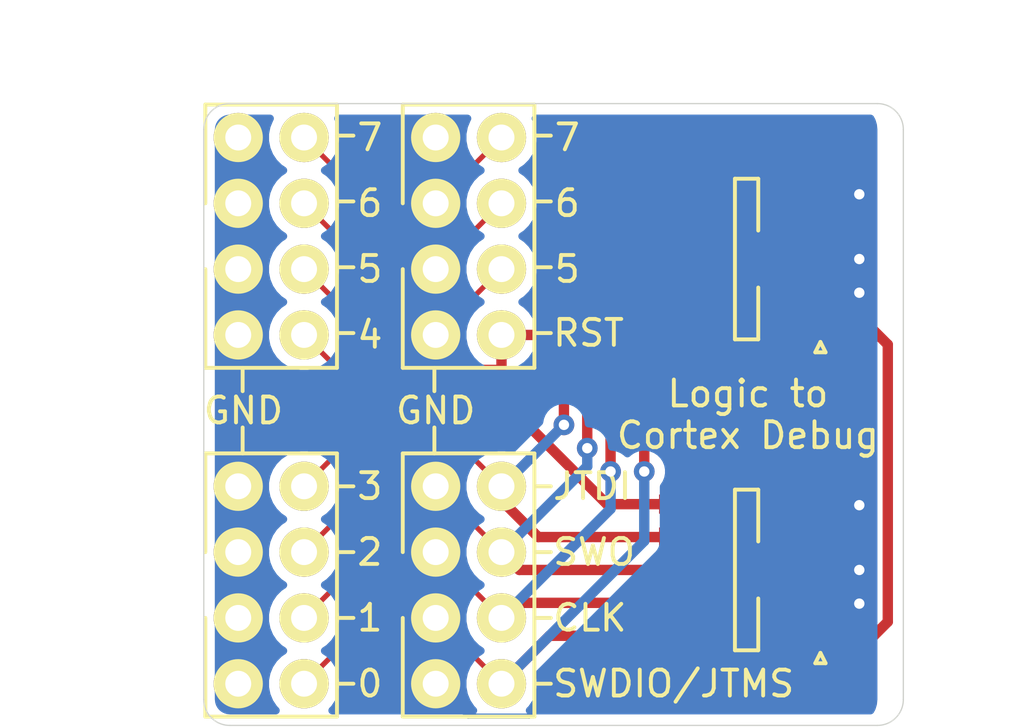
<source format=kicad_pcb>
(kicad_pcb (version 20171130) (host pcbnew 5.1.6-c6e7f7d~86~ubuntu18.04.1)

  (general
    (thickness 1.6)
    (drawings 56)
    (tracks 95)
    (zones 0)
    (modules 6)
    (nets 11)
  )

  (page A4)
  (layers
    (0 F.Cu signal)
    (31 B.Cu signal)
    (32 B.Adhes user)
    (33 F.Adhes user)
    (34 B.Paste user)
    (35 F.Paste user)
    (36 B.SilkS user)
    (37 F.SilkS user)
    (38 B.Mask user)
    (39 F.Mask user)
    (40 Dwgs.User user)
    (41 Cmts.User user)
    (42 Eco1.User user)
    (43 Eco2.User user)
    (44 Edge.Cuts user)
    (45 Margin user)
    (46 B.CrtYd user)
    (47 F.CrtYd user)
    (48 B.Fab user)
    (49 F.Fab user)
  )

  (setup
    (last_trace_width 0.2)
    (user_trace_width 0.2)
    (user_trace_width 0.25)
    (user_trace_width 0.4)
    (user_trace_width 0.6)
    (user_trace_width 0.8)
    (user_trace_width 1)
    (trace_clearance 0.2)
    (zone_clearance 0.4)
    (zone_45_only yes)
    (trace_min 0.2)
    (via_size 0.8)
    (via_drill 0.4)
    (via_min_size 0.4)
    (via_min_drill 0.3)
    (uvia_size 0.3)
    (uvia_drill 0.1)
    (uvias_allowed no)
    (uvia_min_size 0.2)
    (uvia_min_drill 0.1)
    (edge_width 0.05)
    (segment_width 0.2)
    (pcb_text_width 0.3)
    (pcb_text_size 1.5 1.5)
    (mod_edge_width 0.15)
    (mod_text_size 1 1)
    (mod_text_width 0.15)
    (pad_size 1.9 1.9)
    (pad_drill 1)
    (pad_to_mask_clearance 0.05)
    (aux_axis_origin 0 0)
    (visible_elements FFFFFF5F)
    (pcbplotparams
      (layerselection 0x010e8_ffffffff)
      (usegerberextensions true)
      (usegerberattributes true)
      (usegerberadvancedattributes true)
      (creategerberjobfile false)
      (excludeedgelayer true)
      (linewidth 0.100000)
      (plotframeref false)
      (viasonmask false)
      (mode 1)
      (useauxorigin false)
      (hpglpennumber 1)
      (hpglpenspeed 20)
      (hpglpendiameter 15.000000)
      (psnegative false)
      (psa4output false)
      (plotreference false)
      (plotvalue false)
      (plotinvisibletext false)
      (padsonsilk false)
      (subtractmaskfromsilk true)
      (outputformat 1)
      (mirror false)
      (drillshape 0)
      (scaleselection 1)
      (outputdirectory "gerber/"))
  )

  (net 0 "")
  (net 1 GND)
  (net 2 /SWDIO)
  (net 3 /SWCLK)
  (net 4 /SWO)
  (net 5 /JTDI)
  (net 6 /CH7)
  (net 7 /CH6)
  (net 8 /CH5)
  (net 9 /~RESET)
  (net 10 3v3)

  (net_class Default "This is the default net class."
    (clearance 0.2)
    (trace_width 0.25)
    (via_dia 0.8)
    (via_drill 0.4)
    (uvia_dia 0.3)
    (uvia_drill 0.1)
    (add_net /CH5)
    (add_net /CH6)
    (add_net /CH7)
    (add_net /JTDI)
    (add_net /SWCLK)
    (add_net /SWDIO)
    (add_net /SWO)
    (add_net /~RESET)
    (add_net 3v3)
    (add_net GND)
  )

  (module agg:FTSH-105-01-L-DV-K (layer F.Cu) (tedit 56889B32) (tstamp 5F1F8FC0)
    (at 120 64 90)
    (path /5F20A8D4)
    (fp_text reference P2 (at 0 -4.3 90) (layer F.Fab)
      (effects (font (size 1 1) (thickness 0.15)))
    )
    (fp_text value SWD (at 0 4.4 90) (layer F.Fab)
      (effects (font (size 1 1) (thickness 0.15)))
    )
    (fp_line (start -3.1 -0.5) (end -3.1 0.4) (layer F.SilkS) (width 0.15))
    (fp_line (start 3.1 -0.5) (end 3.1 0.4) (layer F.SilkS) (width 0.15))
    (fp_line (start 3.1 0.4) (end 1.1 0.4) (layer F.SilkS) (width 0.15))
    (fp_line (start -3.1 0.4) (end -1.1 0.4) (layer F.SilkS) (width 0.15))
    (fp_line (start -3.1 -0.5) (end 3.1 -0.5) (layer F.SilkS) (width 0.15))
    (fp_line (start -5.3 3.7) (end -5.3 -3.7) (layer F.CrtYd) (width 0.01))
    (fp_line (start 5.3 3.7) (end -5.3 3.7) (layer F.CrtYd) (width 0.01))
    (fp_line (start 5.3 -3.7) (end 5.3 3.7) (layer F.CrtYd) (width 0.01))
    (fp_line (start -5.3 -3.7) (end 5.3 -3.7) (layer F.CrtYd) (width 0.01))
    (fp_line (start -1.08 2.84) (end -1.08 1.7) (layer F.Fab) (width 0.01))
    (fp_line (start -2.54 2.84) (end -1.08 2.84) (layer F.Fab) (width 0.01))
    (fp_line (start -2.54 1.7) (end -2.54 2.84) (layer F.Fab) (width 0.01))
    (fp_line (start 1.08 2.84) (end 1.08 1.7) (layer F.Fab) (width 0.01))
    (fp_line (start 2.54 2.84) (end 1.08 2.84) (layer F.Fab) (width 0.01))
    (fp_line (start 2.54 1.7) (end 2.54 2.84) (layer F.Fab) (width 0.01))
    (fp_line (start -2.54 -2.84) (end -2.54 -1.7) (layer F.Fab) (width 0.01))
    (fp_line (start 2.54 -2.84) (end -2.54 -2.84) (layer F.Fab) (width 0.01))
    (fp_line (start 2.54 -1.7) (end 2.54 -2.84) (layer F.Fab) (width 0.01))
    (fp_line (start -3.2 1.7) (end 3.2 1.7) (layer F.Fab) (width 0.01))
    (fp_line (start -3.2 -1.7) (end -3.2 1.7) (layer F.Fab) (width 0.01))
    (fp_line (start 3.2 -1.7) (end -3.2 -1.7) (layer F.Fab) (width 0.01))
    (fp_line (start 3.2 1.7) (end 3.2 -1.7) (layer F.Fab) (width 0.01))
    (pad 10 smd rect (at 2.54 -2.035 90) (size 0.74 2.79) (layers F.Cu F.Paste F.Mask)
      (net 9 /~RESET))
    (pad 9 smd rect (at 2.54 2.035 90) (size 0.74 2.79) (layers F.Cu F.Paste F.Mask)
      (net 1 GND))
    (pad 8 smd rect (at 1.27 -2.035 90) (size 0.74 2.79) (layers F.Cu F.Paste F.Mask)
      (net 5 /JTDI))
    (pad 7 smd rect (at 1.27 2.035 90) (size 0.74 2.79) (layers F.Cu F.Paste F.Mask))
    (pad 6 smd rect (at 0 -2.035 90) (size 0.74 2.79) (layers F.Cu F.Paste F.Mask)
      (net 4 /SWO))
    (pad 5 smd rect (at 0 2.035 90) (size 0.74 2.79) (layers F.Cu F.Paste F.Mask)
      (net 1 GND))
    (pad 4 smd rect (at -1.27 -2.035 90) (size 0.74 2.79) (layers F.Cu F.Paste F.Mask)
      (net 3 /SWCLK))
    (pad 3 smd rect (at -1.27 2.035 90) (size 0.74 2.79) (layers F.Cu F.Paste F.Mask)
      (net 1 GND))
    (pad 2 smd rect (at -2.54 -2.035 90) (size 0.74 2.79) (layers F.Cu F.Paste F.Mask)
      (net 2 /SWDIO))
    (pad 1 smd rect (at -2.54 2.035 90) (size 0.74 2.79) (layers F.Cu F.Paste F.Mask)
      (net 10 3v3))
  )

  (module agg:FTSH-105-01-L-DV-K (layer F.Cu) (tedit 56889B32) (tstamp 5F1F8F9C)
    (at 120 76 90)
    (path /5F1FE927)
    (fp_text reference P1 (at 0 -4.3 90) (layer F.Fab)
      (effects (font (size 1 1) (thickness 0.15)))
    )
    (fp_text value SWD (at 0 4.4 90) (layer F.Fab)
      (effects (font (size 1 1) (thickness 0.15)))
    )
    (fp_line (start -3.1 -0.5) (end -3.1 0.4) (layer F.SilkS) (width 0.15))
    (fp_line (start 3.1 -0.5) (end 3.1 0.4) (layer F.SilkS) (width 0.15))
    (fp_line (start 3.1 0.4) (end 1.1 0.4) (layer F.SilkS) (width 0.15))
    (fp_line (start -3.1 0.4) (end -1.1 0.4) (layer F.SilkS) (width 0.15))
    (fp_line (start -3.1 -0.5) (end 3.1 -0.5) (layer F.SilkS) (width 0.15))
    (fp_line (start -5.3 3.7) (end -5.3 -3.7) (layer F.CrtYd) (width 0.01))
    (fp_line (start 5.3 3.7) (end -5.3 3.7) (layer F.CrtYd) (width 0.01))
    (fp_line (start 5.3 -3.7) (end 5.3 3.7) (layer F.CrtYd) (width 0.01))
    (fp_line (start -5.3 -3.7) (end 5.3 -3.7) (layer F.CrtYd) (width 0.01))
    (fp_line (start -1.08 2.84) (end -1.08 1.7) (layer F.Fab) (width 0.01))
    (fp_line (start -2.54 2.84) (end -1.08 2.84) (layer F.Fab) (width 0.01))
    (fp_line (start -2.54 1.7) (end -2.54 2.84) (layer F.Fab) (width 0.01))
    (fp_line (start 1.08 2.84) (end 1.08 1.7) (layer F.Fab) (width 0.01))
    (fp_line (start 2.54 2.84) (end 1.08 2.84) (layer F.Fab) (width 0.01))
    (fp_line (start 2.54 1.7) (end 2.54 2.84) (layer F.Fab) (width 0.01))
    (fp_line (start -2.54 -2.84) (end -2.54 -1.7) (layer F.Fab) (width 0.01))
    (fp_line (start 2.54 -2.84) (end -2.54 -2.84) (layer F.Fab) (width 0.01))
    (fp_line (start 2.54 -1.7) (end 2.54 -2.84) (layer F.Fab) (width 0.01))
    (fp_line (start -3.2 1.7) (end 3.2 1.7) (layer F.Fab) (width 0.01))
    (fp_line (start -3.2 -1.7) (end -3.2 1.7) (layer F.Fab) (width 0.01))
    (fp_line (start 3.2 -1.7) (end -3.2 -1.7) (layer F.Fab) (width 0.01))
    (fp_line (start 3.2 1.7) (end 3.2 -1.7) (layer F.Fab) (width 0.01))
    (pad 10 smd rect (at 2.54 -2.035 90) (size 0.74 2.79) (layers F.Cu F.Paste F.Mask)
      (net 9 /~RESET))
    (pad 9 smd rect (at 2.54 2.035 90) (size 0.74 2.79) (layers F.Cu F.Paste F.Mask)
      (net 1 GND))
    (pad 8 smd rect (at 1.27 -2.035 90) (size 0.74 2.79) (layers F.Cu F.Paste F.Mask)
      (net 5 /JTDI))
    (pad 7 smd rect (at 1.27 2.035 90) (size 0.74 2.79) (layers F.Cu F.Paste F.Mask))
    (pad 6 smd rect (at 0 -2.035 90) (size 0.74 2.79) (layers F.Cu F.Paste F.Mask)
      (net 4 /SWO))
    (pad 5 smd rect (at 0 2.035 90) (size 0.74 2.79) (layers F.Cu F.Paste F.Mask)
      (net 1 GND))
    (pad 4 smd rect (at -1.27 -2.035 90) (size 0.74 2.79) (layers F.Cu F.Paste F.Mask)
      (net 3 /SWCLK))
    (pad 3 smd rect (at -1.27 2.035 90) (size 0.74 2.79) (layers F.Cu F.Paste F.Mask)
      (net 1 GND))
    (pad 2 smd rect (at -2.54 -2.035 90) (size 0.74 2.79) (layers F.Cu F.Paste F.Mask)
      (net 2 /SWDIO))
    (pad 1 smd rect (at -2.54 2.035 90) (size 0.74 2.79) (layers F.Cu F.Paste F.Mask)
      (net 10 3v3))
  )

  (module agg:DIL-254P-08 (layer F.Cu) (tedit 5F1F78DC) (tstamp 5F1F72C5)
    (at 109.22 63.119 270)
    (path /5F1FADE6)
    (fp_text reference J6 (at 0 -3.49 90) (layer F.Fab)
      (effects (font (size 1 1) (thickness 0.15)))
    )
    (fp_text value SALEAE_4-7 (at 0 3.49 90) (layer F.Fab)
      (effects (font (size 1 1) (thickness 0.15)))
    )
    (fp_line (start -5.35 2.8) (end -5.35 -2.8) (layer F.CrtYd) (width 0.01))
    (fp_line (start 5.35 2.8) (end -5.35 2.8) (layer F.CrtYd) (width 0.01))
    (fp_line (start 5.35 -2.8) (end 5.35 2.8) (layer F.CrtYd) (width 0.01))
    (fp_line (start -5.35 -2.8) (end 5.35 -2.8) (layer F.CrtYd) (width 0.01))
    (fp_line (start -5.08 2.54) (end -5.08 -2.54) (layer F.SilkS) (width 0.15))
    (fp_line (start -1.27 2.54) (end -5.08 2.54) (layer F.SilkS) (width 0.15))
    (fp_line (start 5.08 2.54) (end 1.27 2.54) (layer F.SilkS) (width 0.15))
    (fp_line (start 5.08 -2.54) (end 5.08 2.54) (layer F.SilkS) (width 0.15))
    (fp_line (start -5.08 -2.54) (end 5.08 -2.54) (layer F.SilkS) (width 0.15))
    (fp_line (start -5.08 2.54) (end -5.08 -2.54) (layer F.Fab) (width 0.01))
    (fp_line (start 5.08 2.54) (end -5.08 2.54) (layer F.Fab) (width 0.01))
    (fp_line (start 5.08 -2.54) (end 5.08 2.54) (layer F.Fab) (width 0.01))
    (fp_line (start -5.08 -2.54) (end 5.08 -2.54) (layer F.Fab) (width 0.01))
    (pad 8 thru_hole circle (at 3.81 -1.27 270) (size 1.9 1.9) (drill 1) (layers *.Cu *.Mask F.SilkS)
      (net 9 /~RESET))
    (pad 7 thru_hole circle (at 3.81 1.27 270) (size 1.9 1.9) (drill 1) (layers *.Cu *.Mask F.SilkS)
      (net 1 GND))
    (pad 6 thru_hole circle (at 1.27 -1.27 270) (size 1.9 1.9) (drill 1) (layers *.Cu *.Mask F.SilkS)
      (net 8 /CH5))
    (pad 5 thru_hole circle (at 1.27 1.27 270) (size 1.9 1.9) (drill 1) (layers *.Cu *.Mask F.SilkS)
      (net 1 GND))
    (pad 4 thru_hole circle (at -1.27 -1.27 270) (size 1.9 1.9) (drill 1) (layers *.Cu *.Mask F.SilkS)
      (net 7 /CH6))
    (pad 3 thru_hole circle (at -1.27 1.27 270) (size 1.9 1.9) (drill 1) (layers *.Cu *.Mask F.SilkS)
      (net 1 GND))
    (pad 2 thru_hole circle (at -3.81 -1.27 270) (size 1.9 1.9) (drill 1) (layers *.Cu *.Mask F.SilkS)
      (net 6 /CH7))
    (pad 1 thru_hole circle (at -3.81 1.27 270) (size 1.9 1.9) (drill 1) (layers *.Cu *.Mask F.SilkS)
      (net 1 GND))
    (model ${KISYS3DMOD}/Connector_PinHeader_2.54mm.3dshapes/PinHeader_2x04_P2.54mm_Vertical.step
      (offset (xyz 3.81 1.27 0))
      (scale (xyz 1 1 1))
      (rotate (xyz 0 0 90))
    )
  )

  (module agg:DIL-254P-08 (layer F.Cu) (tedit 5F1F8460) (tstamp 5F1F72AC)
    (at 101.6 63.119 270)
    (path /5F21C945)
    (fp_text reference J5 (at 0 -3.49 90) (layer F.Fab)
      (effects (font (size 1 1) (thickness 0.15)))
    )
    (fp_text value SALEAE_4-7 (at 0 3.49 90) (layer F.Fab)
      (effects (font (size 1 1) (thickness 0.15)))
    )
    (fp_line (start -5.08 -2.54) (end 5.08 -2.54) (layer F.Fab) (width 0.01))
    (fp_line (start 5.08 -2.54) (end 5.08 2.54) (layer F.Fab) (width 0.01))
    (fp_line (start 5.08 2.54) (end -5.08 2.54) (layer F.Fab) (width 0.01))
    (fp_line (start -5.08 2.54) (end -5.08 -2.54) (layer F.Fab) (width 0.01))
    (fp_line (start -5.08 -2.54) (end 5.08 -2.54) (layer F.SilkS) (width 0.15))
    (fp_line (start 5.08 -2.54) (end 5.08 2.54) (layer F.SilkS) (width 0.15))
    (fp_line (start 5.08 2.54) (end 1.27 2.54) (layer F.SilkS) (width 0.15))
    (fp_line (start -1.27 2.54) (end -5.08 2.54) (layer F.SilkS) (width 0.15))
    (fp_line (start -5.08 2.54) (end -5.08 -2.54) (layer F.SilkS) (width 0.15))
    (fp_line (start -5.35 -2.8) (end 5.35 -2.8) (layer F.CrtYd) (width 0.01))
    (fp_line (start 5.35 -2.8) (end 5.35 2.8) (layer F.CrtYd) (width 0.01))
    (fp_line (start 5.35 2.8) (end -5.35 2.8) (layer F.CrtYd) (width 0.01))
    (fp_line (start -5.35 2.8) (end -5.35 -2.8) (layer F.CrtYd) (width 0.01))
    (pad 1 thru_hole circle (at -3.81 1.27 270) (size 1.9 1.9) (drill 1) (layers *.Cu *.Mask F.SilkS)
      (net 1 GND))
    (pad 2 thru_hole circle (at -3.81 -1.27 270) (size 1.9 1.9) (drill 1) (layers *.Cu *.Mask F.SilkS)
      (net 6 /CH7))
    (pad 3 thru_hole circle (at -1.27 1.27 270) (size 1.9 1.9) (drill 1) (layers *.Cu *.Mask F.SilkS)
      (net 1 GND))
    (pad 4 thru_hole circle (at -1.27 -1.27 270) (size 1.9 1.9) (drill 1) (layers *.Cu *.Mask F.SilkS)
      (net 7 /CH6))
    (pad 5 thru_hole circle (at 1.27 1.27 270) (size 1.9 1.9) (drill 1) (layers *.Cu *.Mask F.SilkS)
      (net 1 GND))
    (pad 6 thru_hole circle (at 1.27 -1.27 270) (size 1.9 1.9) (drill 1) (layers *.Cu *.Mask F.SilkS)
      (net 8 /CH5))
    (pad 7 thru_hole circle (at 3.81 1.27 270) (size 1.9 1.9) (drill 1) (layers *.Cu *.Mask F.SilkS)
      (net 1 GND))
    (pad 8 thru_hole circle (at 3.81 -1.27 270) (size 1.9 1.9) (drill 1) (layers *.Cu *.Mask F.SilkS)
      (net 9 /~RESET))
    (model ${KISYS3DMOD}/Connector_PinSocket_2.54mm.3dshapes/PinSocket_2x04_P2.54mm_Horizontal.step
      (offset (xyz -3.81 1.27 0))
      (scale (xyz 1 1 1))
      (rotate (xyz 0 0 -90))
    )
  )

  (module agg:DIL-254P-08 (layer F.Cu) (tedit 5F1F78E5) (tstamp 5F1F7238)
    (at 109.22 76.581 270)
    (path /5F1FA683)
    (fp_text reference J2 (at 0 -3.49 90) (layer F.Fab)
      (effects (font (size 1 1) (thickness 0.15)))
    )
    (fp_text value SALEAE_0-3 (at 0 3.49 90) (layer F.Fab)
      (effects (font (size 1 1) (thickness 0.15)))
    )
    (fp_line (start -5.35 2.8) (end -5.35 -2.8) (layer F.CrtYd) (width 0.01))
    (fp_line (start 5.35 2.8) (end -5.35 2.8) (layer F.CrtYd) (width 0.01))
    (fp_line (start 5.35 -2.8) (end 5.35 2.8) (layer F.CrtYd) (width 0.01))
    (fp_line (start -5.35 -2.8) (end 5.35 -2.8) (layer F.CrtYd) (width 0.01))
    (fp_line (start -5.08 2.54) (end -5.08 -2.54) (layer F.SilkS) (width 0.15))
    (fp_line (start -1.27 2.54) (end -5.08 2.54) (layer F.SilkS) (width 0.15))
    (fp_line (start 5.08 2.54) (end 1.27 2.54) (layer F.SilkS) (width 0.15))
    (fp_line (start 5.08 -2.54) (end 5.08 2.54) (layer F.SilkS) (width 0.15))
    (fp_line (start -5.08 -2.54) (end 5.08 -2.54) (layer F.SilkS) (width 0.15))
    (fp_line (start -5.08 2.54) (end -5.08 -2.54) (layer F.Fab) (width 0.01))
    (fp_line (start 5.08 2.54) (end -5.08 2.54) (layer F.Fab) (width 0.01))
    (fp_line (start 5.08 -2.54) (end 5.08 2.54) (layer F.Fab) (width 0.01))
    (fp_line (start -5.08 -2.54) (end 5.08 -2.54) (layer F.Fab) (width 0.01))
    (pad 8 thru_hole circle (at 3.81 -1.27 270) (size 1.9 1.9) (drill 1) (layers *.Cu *.Mask F.SilkS)
      (net 2 /SWDIO))
    (pad 7 thru_hole circle (at 3.81 1.27 270) (size 1.9 1.9) (drill 1) (layers *.Cu *.Mask F.SilkS)
      (net 1 GND))
    (pad 6 thru_hole circle (at 1.27 -1.27 270) (size 1.9 1.9) (drill 1) (layers *.Cu *.Mask F.SilkS)
      (net 3 /SWCLK))
    (pad 5 thru_hole circle (at 1.27 1.27 270) (size 1.9 1.9) (drill 1) (layers *.Cu *.Mask F.SilkS)
      (net 1 GND))
    (pad 4 thru_hole circle (at -1.27 -1.27 270) (size 1.9 1.9) (drill 1) (layers *.Cu *.Mask F.SilkS)
      (net 4 /SWO))
    (pad 3 thru_hole circle (at -1.27 1.27 270) (size 1.9 1.9) (drill 1) (layers *.Cu *.Mask F.SilkS)
      (net 1 GND))
    (pad 2 thru_hole circle (at -3.81 -1.27 270) (size 1.9 1.9) (drill 1) (layers *.Cu *.Mask F.SilkS)
      (net 5 /JTDI))
    (pad 1 thru_hole circle (at -3.81 1.27 270) (size 1.9 1.9) (drill 1) (layers *.Cu *.Mask F.SilkS)
      (net 1 GND))
    (model ${KISYS3DMOD}/Connector_PinHeader_2.54mm.3dshapes/PinHeader_2x04_P2.54mm_Vertical.step
      (offset (xyz 3.81 1.27 0))
      (scale (xyz 1 1 1))
      (rotate (xyz 0 0 90))
    )
  )

  (module agg:DIL-254P-08 (layer F.Cu) (tedit 5F1F78E2) (tstamp 5F1F721F)
    (at 101.6 76.581 270)
    (path /5F21C93B)
    (fp_text reference J1 (at 0 -3.49 90) (layer F.Fab)
      (effects (font (size 1 1) (thickness 0.15)))
    )
    (fp_text value SALEAE_0-3 (at 0 3.49 90) (layer F.Fab)
      (effects (font (size 1 1) (thickness 0.15)))
    )
    (fp_line (start -5.35 2.8) (end -5.35 -2.8) (layer F.CrtYd) (width 0.01))
    (fp_line (start 5.35 2.8) (end -5.35 2.8) (layer F.CrtYd) (width 0.01))
    (fp_line (start 5.35 -2.8) (end 5.35 2.8) (layer F.CrtYd) (width 0.01))
    (fp_line (start -5.35 -2.8) (end 5.35 -2.8) (layer F.CrtYd) (width 0.01))
    (fp_line (start -5.08 2.54) (end -5.08 -2.54) (layer F.SilkS) (width 0.15))
    (fp_line (start -1.27 2.54) (end -5.08 2.54) (layer F.SilkS) (width 0.15))
    (fp_line (start 5.08 2.54) (end 1.27 2.54) (layer F.SilkS) (width 0.15))
    (fp_line (start 5.08 -2.54) (end 5.08 2.54) (layer F.SilkS) (width 0.15))
    (fp_line (start -5.08 -2.54) (end 5.08 -2.54) (layer F.SilkS) (width 0.15))
    (fp_line (start -5.08 2.54) (end -5.08 -2.54) (layer F.Fab) (width 0.01))
    (fp_line (start 5.08 2.54) (end -5.08 2.54) (layer F.Fab) (width 0.01))
    (fp_line (start 5.08 -2.54) (end 5.08 2.54) (layer F.Fab) (width 0.01))
    (fp_line (start -5.08 -2.54) (end 5.08 -2.54) (layer F.Fab) (width 0.01))
    (pad 8 thru_hole circle (at 3.81 -1.27 270) (size 1.9 1.9) (drill 1) (layers *.Cu *.Mask F.SilkS)
      (net 2 /SWDIO))
    (pad 7 thru_hole circle (at 3.81 1.27 270) (size 1.9 1.9) (drill 1) (layers *.Cu *.Mask F.SilkS)
      (net 1 GND))
    (pad 6 thru_hole circle (at 1.27 -1.27 270) (size 1.9 1.9) (drill 1) (layers *.Cu *.Mask F.SilkS)
      (net 3 /SWCLK))
    (pad 5 thru_hole circle (at 1.27 1.27 270) (size 1.9 1.9) (drill 1) (layers *.Cu *.Mask F.SilkS)
      (net 1 GND))
    (pad 4 thru_hole circle (at -1.27 -1.27 270) (size 1.9 1.9) (drill 1) (layers *.Cu *.Mask F.SilkS)
      (net 4 /SWO))
    (pad 3 thru_hole circle (at -1.27 1.27 270) (size 1.9 1.9) (drill 1) (layers *.Cu *.Mask F.SilkS)
      (net 1 GND))
    (pad 2 thru_hole circle (at -3.81 -1.27 270) (size 1.9 1.9) (drill 1) (layers *.Cu *.Mask F.SilkS)
      (net 5 /JTDI))
    (pad 1 thru_hole circle (at -3.81 1.27 270) (size 1.9 1.9) (drill 1) (layers *.Cu *.Mask F.SilkS)
      (net 1 GND))
    (model ${KISYS3DMOD}/Connector_PinSocket_2.54mm.3dshapes/PinSocket_2x04_P2.54mm_Horizontal.step
      (offset (xyz -3.81 1.27 0))
      (scale (xyz 1 1 1))
      (rotate (xyz 0 0 -90))
    )
  )

  (gr_line (start 123 67.6) (end 122.8 67.2) (layer F.SilkS) (width 0.15) (tstamp 5F1F9586))
  (gr_line (start 122.8 67.2) (end 122.6 67.6) (layer F.SilkS) (width 0.15) (tstamp 5F1F9585))
  (gr_line (start 122.6 67.6) (end 123 67.6) (layer F.SilkS) (width 0.15) (tstamp 5F1F9584))
  (gr_line (start 123 79.6) (end 122.8 79.2) (layer F.SilkS) (width 0.15) (tstamp 5F1F94CB))
  (gr_line (start 122.6 79.6) (end 123 79.6) (layer F.SilkS) (width 0.15))
  (gr_line (start 122.8 79.2) (end 122.6 79.6) (layer F.SilkS) (width 0.15))
  (gr_text "Logic to\nCortex Debug" (at 120 70) (layer F.SilkS)
    (effects (font (size 1 1) (thickness 0.15)))
  )
  (gr_line (start 111.76 64.316) (end 112.395 64.316) (layer F.SilkS) (width 0.15) (tstamp 5F1F8BDE))
  (gr_line (start 111.76 72.771) (end 112.395 72.771) (layer F.SilkS) (width 0.15) (tstamp 5F1F8BDD))
  (gr_text CLK (at 112.395 77.851) (layer F.SilkS) (tstamp 5F1F8BDC)
    (effects (font (size 1 1) (thickness 0.15)) (justify left))
  )
  (gr_text JTDI (at 112.395 72.771) (layer F.SilkS) (tstamp 5F1F8BDB)
    (effects (font (size 1 1) (thickness 0.15)) (justify left))
  )
  (gr_line (start 112.395 66.856) (end 111.76 66.856) (layer F.SilkS) (width 0.15) (tstamp 5F1F8BDA))
  (gr_line (start 111.76 77.851) (end 112.395 77.851) (layer F.SilkS) (width 0.15) (tstamp 5F1F8BD9))
  (gr_text 5 (at 113.03 64.389) (layer F.SilkS) (tstamp 5F1F8BD8)
    (effects (font (size 1 1) (thickness 0.15)))
  )
  (gr_text SWO (at 112.395 75.311) (layer F.SilkS) (tstamp 5F1F8BD7)
    (effects (font (size 1 1) (thickness 0.15)) (justify left))
  )
  (gr_text SWDIO/JTMS (at 112.395 80.391) (layer F.SilkS) (tstamp 5F1F8BD6)
    (effects (font (size 1 1) (thickness 0.15)) (justify left))
  )
  (gr_line (start 112.395 80.391) (end 111.76 80.391) (layer F.SilkS) (width 0.15) (tstamp 5F1F8BD5))
  (gr_text RST (at 112.395 66.856) (layer F.SilkS) (tstamp 5F1F8BD4)
    (effects (font (size 1 1) (thickness 0.15)) (justify left))
  )
  (gr_line (start 112.395 61.776) (end 111.76 61.776) (layer F.SilkS) (width 0.15) (tstamp 5F1F8BD3))
  (gr_text 7 (at 113.03 59.309) (layer F.SilkS) (tstamp 5F1F8BD2)
    (effects (font (size 1 1) (thickness 0.15)))
  )
  (gr_text 6 (at 113.03 61.849) (layer F.SilkS) (tstamp 5F1F8BD1)
    (effects (font (size 1 1) (thickness 0.15)))
  )
  (gr_line (start 112.395 75.311) (end 111.76 75.311) (layer F.SilkS) (width 0.15) (tstamp 5F1F8BD0))
  (gr_line (start 111.76 59.236) (end 112.395 59.236) (layer F.SilkS) (width 0.15) (tstamp 5F1F8BCF))
  (gr_line (start 104.14 77.851) (end 104.775 77.851) (layer F.SilkS) (width 0.15) (tstamp 5F1F8BBD))
  (gr_line (start 104.775 80.391) (end 104.14 80.391) (layer F.SilkS) (width 0.15) (tstamp 5F1F8BBC))
  (gr_line (start 104.775 75.311) (end 104.14 75.311) (layer F.SilkS) (width 0.15) (tstamp 5F1F8BBB))
  (gr_line (start 104.14 72.771) (end 104.775 72.771) (layer F.SilkS) (width 0.15) (tstamp 5F1F8BBA))
  (gr_line (start 104.775 66.856) (end 104.14 66.856) (layer F.SilkS) (width 0.15))
  (gr_line (start 104.14 64.316) (end 104.775 64.316) (layer F.SilkS) (width 0.15))
  (gr_line (start 104.775 61.776) (end 104.14 61.776) (layer F.SilkS) (width 0.15))
  (gr_line (start 104.14 59.236) (end 104.775 59.236) (layer F.SilkS) (width 0.15))
  (gr_line (start 107.9 70.5) (end 107.9 71.5) (layer F.SilkS) (width 0.15))
  (gr_line (start 107.9 69.1) (end 107.9 68.2) (layer F.SilkS) (width 0.15))
  (gr_line (start 100.5 70.5) (end 100.5 71.5) (layer F.SilkS) (width 0.15))
  (gr_line (start 100.5 69.1) (end 100.5 68.2) (layer F.SilkS) (width 0.15))
  (gr_text GND (at 107.95 69.85) (layer F.SilkS) (tstamp 5F1F8A1A)
    (effects (font (size 1 1) (thickness 0.15)))
  )
  (gr_text GND (at 100.53 69.85) (layer F.SilkS) (tstamp 5F1F8B70)
    (effects (font (size 1 1) (thickness 0.15)))
  )
  (gr_text 0 (at 105.41 80.391) (layer F.SilkS)
    (effects (font (size 1 1) (thickness 0.15)))
  )
  (gr_text 1 (at 105.41 77.851) (layer F.SilkS)
    (effects (font (size 1 1) (thickness 0.15)))
  )
  (gr_text 2 (at 105.41 75.311) (layer F.SilkS)
    (effects (font (size 1 1) (thickness 0.15)))
  )
  (gr_text 3 (at 105.41 72.771) (layer F.SilkS)
    (effects (font (size 1 1) (thickness 0.15)))
  )
  (gr_text 4 (at 105.41 66.929) (layer F.SilkS)
    (effects (font (size 1 1) (thickness 0.15)))
  )
  (gr_text 5 (at 105.41 64.389) (layer F.SilkS)
    (effects (font (size 1 1) (thickness 0.15)))
  )
  (gr_text 6 (at 105.41 61.849) (layer F.SilkS)
    (effects (font (size 1 1) (thickness 0.15)))
  )
  (gr_text 7 (at 105.41 59.309) (layer F.SilkS)
    (effects (font (size 1 1) (thickness 0.15)))
  )
  (dimension 24 (width 0.15) (layer Dwgs.User)
    (gr_text "24.000 mm" (at 129.3 70 270) (layer Dwgs.User)
      (effects (font (size 1 1) (thickness 0.15)))
    )
    (feature1 (pts (xy 126 82) (xy 128.586421 82)))
    (feature2 (pts (xy 126 58) (xy 128.586421 58)))
    (crossbar (pts (xy 128 58) (xy 128 82)))
    (arrow1a (pts (xy 128 82) (xy 127.413579 80.873496)))
    (arrow1b (pts (xy 128 82) (xy 128.586421 80.873496)))
    (arrow2a (pts (xy 128 58) (xy 127.413579 59.126504)))
    (arrow2b (pts (xy 128 58) (xy 128.586421 59.126504)))
  )
  (dimension 27 (width 0.15) (layer Dwgs.User)
    (gr_text "27.000 mm" (at 112.5 54.700001) (layer Dwgs.User)
      (effects (font (size 1 1) (thickness 0.15)))
    )
    (feature1 (pts (xy 99 58) (xy 99 55.41358)))
    (feature2 (pts (xy 126 58) (xy 126 55.41358)))
    (crossbar (pts (xy 126 56.000001) (xy 99 56.000001)))
    (arrow1a (pts (xy 99 56.000001) (xy 100.126504 55.41358)))
    (arrow1b (pts (xy 99 56.000001) (xy 100.126504 56.586422)))
    (arrow2a (pts (xy 126 56.000001) (xy 124.873496 55.41358)))
    (arrow2b (pts (xy 126 56.000001) (xy 124.873496 56.586422)))
  )
  (gr_arc (start 125 81) (end 125 82) (angle -90) (layer Edge.Cuts) (width 0.05))
  (gr_arc (start 125 59) (end 126 59) (angle -90) (layer Edge.Cuts) (width 0.05))
  (gr_arc (start 100 81) (end 99 81) (angle -90) (layer Edge.Cuts) (width 0.05))
  (gr_arc (start 100 59) (end 100 58) (angle -90) (layer Edge.Cuts) (width 0.05))
  (dimension 13.462 (width 0.15) (layer Dwgs.User)
    (gr_text "13.462 mm" (at 94.800001 69.85 270) (layer Dwgs.User)
      (effects (font (size 1 1) (thickness 0.15)))
    )
    (feature1 (pts (xy 101.6 76.581) (xy 95.51358 76.581)))
    (feature2 (pts (xy 101.6 63.119) (xy 95.51358 63.119)))
    (crossbar (pts (xy 96.100001 63.119) (xy 96.100001 76.581)))
    (arrow1a (pts (xy 96.100001 76.581) (xy 95.51358 75.454496)))
    (arrow1b (pts (xy 96.100001 76.581) (xy 96.686422 75.454496)))
    (arrow2a (pts (xy 96.100001 63.119) (xy 95.51358 64.245504)))
    (arrow2b (pts (xy 96.100001 63.119) (xy 96.686422 64.245504)))
  )
  (gr_line (start 125 82) (end 100 82) (layer Edge.Cuts) (width 0.05) (tstamp 5F1F7FEF))
  (gr_line (start 126 59) (end 126 81) (layer Edge.Cuts) (width 0.05))
  (gr_line (start 100 58) (end 125 58) (layer Edge.Cuts) (width 0.05))
  (gr_line (start 99 81) (end 99 59) (layer Edge.Cuts) (width 0.05))

  (via (at 124.3 77.3) (size 0.8) (drill 0.4) (layers F.Cu B.Cu) (net 1))
  (segment (start 122.035 77.27) (end 124.27 77.27) (width 0.4) (layer F.Cu) (net 1))
  (segment (start 124.27 77.27) (end 124.3 77.3) (width 0.4) (layer F.Cu) (net 1))
  (via (at 124.3 76) (size 0.8) (drill 0.4) (layers F.Cu B.Cu) (net 1))
  (segment (start 122.035 76) (end 124.3 76) (width 0.4) (layer F.Cu) (net 1))
  (via (at 124.3 73.5) (size 0.8) (drill 0.4) (layers F.Cu B.Cu) (net 1))
  (segment (start 122.035 73.46) (end 124.26 73.46) (width 0.4) (layer F.Cu) (net 1))
  (segment (start 124.26 73.46) (end 124.3 73.5) (width 0.4) (layer F.Cu) (net 1))
  (segment (start 122.035 65.27) (end 124.27 65.27) (width 0.4) (layer F.Cu) (net 1))
  (via (at 124.3 65.3) (size 0.8) (drill 0.4) (layers F.Cu B.Cu) (net 1))
  (segment (start 124.27 65.27) (end 124.3 65.3) (width 0.4) (layer F.Cu) (net 1))
  (via (at 124.3 64) (size 0.8) (drill 0.4) (layers F.Cu B.Cu) (net 1))
  (segment (start 122.035 64) (end 124.3 64) (width 0.4) (layer F.Cu) (net 1))
  (via (at 124.3 61.5) (size 0.8) (drill 0.4) (layers F.Cu B.Cu) (net 1))
  (segment (start 122.035 61.46) (end 124.26 61.46) (width 0.4) (layer F.Cu) (net 1))
  (segment (start 124.26 61.46) (end 124.3 61.5) (width 0.4) (layer F.Cu) (net 1))
  (segment (start 109.200001 81.641001) (end 111.558999 81.641001) (width 0.2) (layer B.Cu) (net 1))
  (segment (start 107.95 80.391) (end 109.200001 81.641001) (width 0.2) (layer B.Cu) (net 1))
  (segment (start 111.558999 81.641001) (end 112.1 81.1) (width 0.2) (layer B.Cu) (net 1))
  (segment (start 109.239999 71.520999) (end 110.49 72.771) (width 0.2) (layer F.Cu) (net 5))
  (segment (start 102.87 72.771) (end 104.120001 71.520999) (width 0.2) (layer F.Cu) (net 5))
  (segment (start 104.120001 71.520999) (end 109.239999 71.520999) (width 0.2) (layer F.Cu) (net 5))
  (segment (start 109.239999 74.060999) (end 110.49 75.311) (width 0.2) (layer F.Cu) (net 4))
  (segment (start 102.87 75.311) (end 104.120001 74.060999) (width 0.2) (layer F.Cu) (net 4))
  (segment (start 104.120001 74.060999) (end 109.239999 74.060999) (width 0.2) (layer F.Cu) (net 4))
  (segment (start 109.200001 76.561001) (end 110.49 77.851) (width 0.2) (layer F.Cu) (net 3))
  (segment (start 102.87 77.851) (end 104.159999 76.561001) (width 0.2) (layer F.Cu) (net 3))
  (segment (start 104.159999 76.561001) (end 109.200001 76.561001) (width 0.2) (layer F.Cu) (net 3))
  (segment (start 109.200001 79.101001) (end 110.49 80.391) (width 0.2) (layer F.Cu) (net 2))
  (segment (start 102.87 80.391) (end 104.159999 79.101001) (width 0.2) (layer F.Cu) (net 2))
  (segment (start 104.159999 79.101001) (end 109.200001 79.101001) (width 0.2) (layer F.Cu) (net 2))
  (segment (start 112.341 78.54) (end 110.49 80.391) (width 0.4) (layer F.Cu) (net 2))
  (segment (start 117.965 78.54) (end 112.341 78.54) (width 0.4) (layer F.Cu) (net 2))
  (via (at 116 72.2) (size 0.8) (drill 0.4) (layers F.Cu B.Cu) (net 2))
  (segment (start 110.49 80.391) (end 116 74.881) (width 0.4) (layer B.Cu) (net 2))
  (segment (start 116 74.881) (end 116 72.2) (width 0.4) (layer B.Cu) (net 2))
  (segment (start 116 72.2) (end 116 67) (width 0.4) (layer F.Cu) (net 2))
  (segment (start 116.46 66.54) (end 117.965 66.54) (width 0.4) (layer F.Cu) (net 2))
  (segment (start 116 67) (end 116.46 66.54) (width 0.4) (layer F.Cu) (net 2))
  (segment (start 111.071 77.27) (end 110.49 77.851) (width 0.4) (layer F.Cu) (net 3))
  (segment (start 117.965 77.27) (end 111.071 77.27) (width 0.4) (layer F.Cu) (net 3))
  (via (at 114.7 72.2) (size 0.8) (drill 0.4) (layers F.Cu B.Cu) (net 3))
  (segment (start 110.49 77.851) (end 114.7 73.641) (width 0.4) (layer B.Cu) (net 3))
  (segment (start 114.7 73.641) (end 114.7 72.2) (width 0.4) (layer B.Cu) (net 3))
  (segment (start 114.7 72.2) (end 114.7 66.5) (width 0.4) (layer F.Cu) (net 3))
  (segment (start 115.93 65.27) (end 117.965 65.27) (width 0.4) (layer F.Cu) (net 3))
  (segment (start 114.7 66.5) (end 115.93 65.27) (width 0.4) (layer F.Cu) (net 3))
  (segment (start 111.179 76) (end 110.49 75.311) (width 0.4) (layer F.Cu) (net 4))
  (segment (start 117.965 76) (end 111.179 76) (width 0.4) (layer F.Cu) (net 4))
  (segment (start 117.965 76) (end 119.7 76) (width 0.4) (layer F.Cu) (net 4))
  (segment (start 119.7 76) (end 120 75.7) (width 0.4) (layer F.Cu) (net 4))
  (segment (start 120 75.7) (end 120 64.2) (width 0.4) (layer F.Cu) (net 4))
  (segment (start 119.8 64) (end 117.965 64) (width 0.4) (layer F.Cu) (net 4))
  (segment (start 120 64.2) (end 119.8 64) (width 0.4) (layer F.Cu) (net 4))
  (via (at 113.8 71.3) (size 0.8) (drill 0.4) (layers F.Cu B.Cu) (net 4))
  (segment (start 110.49 75.311) (end 113.8 72.001) (width 0.4) (layer B.Cu) (net 4))
  (segment (start 113.8 72.001) (end 113.8 71.3) (width 0.4) (layer B.Cu) (net 4))
  (segment (start 113.8 71.3) (end 113.8 65.6) (width 0.4) (layer F.Cu) (net 4))
  (segment (start 115.4 64) (end 117.965 64) (width 0.4) (layer F.Cu) (net 4))
  (segment (start 113.8 65.6) (end 115.4 64) (width 0.4) (layer F.Cu) (net 4))
  (segment (start 117.965 74.73) (end 111.907002 74.73) (width 0.4) (layer F.Cu) (net 5))
  (segment (start 110.49 73.312998) (end 110.49 72.771) (width 0.4) (layer F.Cu) (net 5))
  (segment (start 111.907002 74.73) (end 110.49 73.312998) (width 0.4) (layer F.Cu) (net 5))
  (segment (start 110.49 72.771) (end 110.529 72.771) (width 0.4) (layer B.Cu) (net 5))
  (via (at 112.9 70.4) (size 0.8) (drill 0.4) (layers F.Cu B.Cu) (net 5))
  (segment (start 110.529 72.771) (end 112.9 70.4) (width 0.4) (layer B.Cu) (net 5))
  (segment (start 112.9 70.4) (end 112.9 64.5) (width 0.4) (layer F.Cu) (net 5))
  (segment (start 114.67 62.73) (end 117.965 62.73) (width 0.4) (layer F.Cu) (net 5))
  (segment (start 112.9 64.5) (end 114.67 62.73) (width 0.4) (layer F.Cu) (net 5))
  (segment (start 109.239999 60.559001) (end 110.49 59.309) (width 0.2) (layer F.Cu) (net 6))
  (segment (start 102.87 59.309) (end 104.120001 60.559001) (width 0.2) (layer F.Cu) (net 6))
  (segment (start 104.120001 60.559001) (end 109.239999 60.559001) (width 0.2) (layer F.Cu) (net 6))
  (segment (start 109.239999 63.099001) (end 110.49 61.849) (width 0.2) (layer F.Cu) (net 7))
  (segment (start 102.87 61.849) (end 104.120001 63.099001) (width 0.2) (layer F.Cu) (net 7))
  (segment (start 104.120001 63.099001) (end 109.239999 63.099001) (width 0.2) (layer F.Cu) (net 7))
  (segment (start 109.239999 65.639001) (end 110.49 64.389) (width 0.2) (layer F.Cu) (net 8))
  (segment (start 102.87 64.389) (end 104.120001 65.639001) (width 0.2) (layer F.Cu) (net 8))
  (segment (start 104.120001 65.639001) (end 109.239999 65.639001) (width 0.2) (layer F.Cu) (net 8))
  (segment (start 117.965 73.46) (end 114.56 73.46) (width 0.4) (layer F.Cu) (net 9))
  (segment (start 114.56 73.46) (end 110.49 69.39) (width 0.4) (layer F.Cu) (net 9))
  (segment (start 110.459001 68.179001) (end 110.49 68.21) (width 0.2) (layer F.Cu) (net 9))
  (segment (start 104.120001 68.179001) (end 110.459001 68.179001) (width 0.2) (layer F.Cu) (net 9))
  (segment (start 110.49 69.39) (end 110.49 68.21) (width 0.4) (layer F.Cu) (net 9))
  (segment (start 102.87 66.929) (end 104.120001 68.179001) (width 0.2) (layer F.Cu) (net 9))
  (segment (start 110.49 68.21) (end 110.49 66.929) (width 0.4) (layer F.Cu) (net 9))
  (segment (start 111.871 66.929) (end 110.49 66.929) (width 0.4) (layer F.Cu) (net 9))
  (segment (start 112.2 66.6) (end 111.871 66.929) (width 0.4) (layer F.Cu) (net 9))
  (segment (start 112.2 62.9) (end 112.2 66.6) (width 0.4) (layer F.Cu) (net 9))
  (segment (start 117.965 61.46) (end 113.64 61.46) (width 0.4) (layer F.Cu) (net 9))
  (segment (start 113.64 61.46) (end 112.2 62.9) (width 0.4) (layer F.Cu) (net 9))
  (segment (start 122.035 78.54) (end 124.86 78.54) (width 0.4) (layer F.Cu) (net 10))
  (segment (start 124.86 78.54) (end 125.4 78) (width 0.4) (layer F.Cu) (net 10))
  (segment (start 125.4 78) (end 125.4 67.3) (width 0.4) (layer F.Cu) (net 10))
  (segment (start 124.64 66.54) (end 122.035 66.54) (width 0.4) (layer F.Cu) (net 10))
  (segment (start 125.4 67.3) (end 124.64 66.54) (width 0.4) (layer F.Cu) (net 10))

  (zone (net 1) (net_name GND) (layer B.Cu) (tstamp 5F1F87B7) (hatch edge 0.508)
    (connect_pads yes (clearance 0.4))
    (min_thickness 0.3)
    (fill yes (arc_segments 32) (thermal_gap 0.4) (thermal_bridge_width 0.5) (smoothing fillet) (radius 1))
    (polygon
      (pts
        (xy 125 82) (xy 99 82) (xy 99 58) (xy 125 58)
      )
    )
    (filled_polygon
      (pts
        (xy 101.540717 58.598483) (xy 101.427644 58.871466) (xy 101.37 59.161263) (xy 101.37 59.456737) (xy 101.427644 59.746534)
        (xy 101.540717 60.019517) (xy 101.704874 60.265194) (xy 101.913806 60.474126) (xy 102.07076 60.579) (xy 101.913806 60.683874)
        (xy 101.704874 60.892806) (xy 101.540717 61.138483) (xy 101.427644 61.411466) (xy 101.37 61.701263) (xy 101.37 61.996737)
        (xy 101.427644 62.286534) (xy 101.540717 62.559517) (xy 101.704874 62.805194) (xy 101.913806 63.014126) (xy 102.07076 63.119)
        (xy 101.913806 63.223874) (xy 101.704874 63.432806) (xy 101.540717 63.678483) (xy 101.427644 63.951466) (xy 101.37 64.241263)
        (xy 101.37 64.536737) (xy 101.427644 64.826534) (xy 101.540717 65.099517) (xy 101.704874 65.345194) (xy 101.913806 65.554126)
        (xy 102.07076 65.659) (xy 101.913806 65.763874) (xy 101.704874 65.972806) (xy 101.540717 66.218483) (xy 101.427644 66.491466)
        (xy 101.37 66.781263) (xy 101.37 67.076737) (xy 101.427644 67.366534) (xy 101.540717 67.639517) (xy 101.704874 67.885194)
        (xy 101.913806 68.094126) (xy 102.159483 68.258283) (xy 102.432466 68.371356) (xy 102.722263 68.429) (xy 103.017737 68.429)
        (xy 103.307534 68.371356) (xy 103.580517 68.258283) (xy 103.826194 68.094126) (xy 104.035126 67.885194) (xy 104.199283 67.639517)
        (xy 104.312356 67.366534) (xy 104.37 67.076737) (xy 104.37 66.781263) (xy 104.312356 66.491466) (xy 104.199283 66.218483)
        (xy 104.035126 65.972806) (xy 103.826194 65.763874) (xy 103.66924 65.659) (xy 103.826194 65.554126) (xy 104.035126 65.345194)
        (xy 104.199283 65.099517) (xy 104.312356 64.826534) (xy 104.37 64.536737) (xy 104.37 64.241263) (xy 104.312356 63.951466)
        (xy 104.199283 63.678483) (xy 104.035126 63.432806) (xy 103.826194 63.223874) (xy 103.66924 63.119) (xy 103.826194 63.014126)
        (xy 104.035126 62.805194) (xy 104.199283 62.559517) (xy 104.312356 62.286534) (xy 104.37 61.996737) (xy 104.37 61.701263)
        (xy 104.312356 61.411466) (xy 104.199283 61.138483) (xy 104.035126 60.892806) (xy 103.826194 60.683874) (xy 103.66924 60.579)
        (xy 103.826194 60.474126) (xy 104.035126 60.265194) (xy 104.199283 60.019517) (xy 104.312356 59.746534) (xy 104.37 59.456737)
        (xy 104.37 59.161263) (xy 104.312356 58.871466) (xy 104.199283 58.598483) (xy 104.183592 58.575) (xy 109.176408 58.575)
        (xy 109.160717 58.598483) (xy 109.047644 58.871466) (xy 108.99 59.161263) (xy 108.99 59.456737) (xy 109.047644 59.746534)
        (xy 109.160717 60.019517) (xy 109.324874 60.265194) (xy 109.533806 60.474126) (xy 109.69076 60.579) (xy 109.533806 60.683874)
        (xy 109.324874 60.892806) (xy 109.160717 61.138483) (xy 109.047644 61.411466) (xy 108.99 61.701263) (xy 108.99 61.996737)
        (xy 109.047644 62.286534) (xy 109.160717 62.559517) (xy 109.324874 62.805194) (xy 109.533806 63.014126) (xy 109.69076 63.119)
        (xy 109.533806 63.223874) (xy 109.324874 63.432806) (xy 109.160717 63.678483) (xy 109.047644 63.951466) (xy 108.99 64.241263)
        (xy 108.99 64.536737) (xy 109.047644 64.826534) (xy 109.160717 65.099517) (xy 109.324874 65.345194) (xy 109.533806 65.554126)
        (xy 109.69076 65.659) (xy 109.533806 65.763874) (xy 109.324874 65.972806) (xy 109.160717 66.218483) (xy 109.047644 66.491466)
        (xy 108.99 66.781263) (xy 108.99 67.076737) (xy 109.047644 67.366534) (xy 109.160717 67.639517) (xy 109.324874 67.885194)
        (xy 109.533806 68.094126) (xy 109.779483 68.258283) (xy 110.052466 68.371356) (xy 110.342263 68.429) (xy 110.637737 68.429)
        (xy 110.927534 68.371356) (xy 111.200517 68.258283) (xy 111.446194 68.094126) (xy 111.655126 67.885194) (xy 111.819283 67.639517)
        (xy 111.932356 67.366534) (xy 111.99 67.076737) (xy 111.99 66.781263) (xy 111.932356 66.491466) (xy 111.819283 66.218483)
        (xy 111.655126 65.972806) (xy 111.446194 65.763874) (xy 111.28924 65.659) (xy 111.446194 65.554126) (xy 111.655126 65.345194)
        (xy 111.819283 65.099517) (xy 111.932356 64.826534) (xy 111.99 64.536737) (xy 111.99 64.241263) (xy 111.932356 63.951466)
        (xy 111.819283 63.678483) (xy 111.655126 63.432806) (xy 111.446194 63.223874) (xy 111.28924 63.119) (xy 111.446194 63.014126)
        (xy 111.655126 62.805194) (xy 111.819283 62.559517) (xy 111.932356 62.286534) (xy 111.99 61.996737) (xy 111.99 61.701263)
        (xy 111.932356 61.411466) (xy 111.819283 61.138483) (xy 111.655126 60.892806) (xy 111.446194 60.683874) (xy 111.28924 60.579)
        (xy 111.446194 60.474126) (xy 111.655126 60.265194) (xy 111.819283 60.019517) (xy 111.932356 59.746534) (xy 111.99 59.456737)
        (xy 111.99 59.161263) (xy 111.932356 58.871466) (xy 111.819283 58.598483) (xy 111.803592 58.575) (xy 124.731178 58.575)
        (xy 124.784627 58.674996) (xy 124.832955 58.834312) (xy 124.85 59.007373) (xy 124.85 80.992627) (xy 124.832955 81.165688)
        (xy 124.784627 81.325004) (xy 124.731178 81.425) (xy 111.57732 81.425) (xy 111.655126 81.347194) (xy 111.819283 81.101517)
        (xy 111.932356 80.828534) (xy 111.99 80.538737) (xy 111.99 80.243263) (xy 111.94162 80.000039) (xy 116.504287 75.437373)
        (xy 116.532895 75.413895) (xy 116.626619 75.299693) (xy 116.696261 75.169401) (xy 116.739147 75.028026) (xy 116.75 74.917835)
        (xy 116.75 74.917828) (xy 116.753627 74.881) (xy 116.75 74.844172) (xy 116.75 72.787501) (xy 116.841879 72.649994)
        (xy 116.913492 72.477105) (xy 116.95 72.293567) (xy 116.95 72.106433) (xy 116.913492 71.922895) (xy 116.841879 71.750006)
        (xy 116.737913 71.59441) (xy 116.60559 71.462087) (xy 116.449994 71.358121) (xy 116.277105 71.286508) (xy 116.093567 71.25)
        (xy 115.906433 71.25) (xy 115.722895 71.286508) (xy 115.550006 71.358121) (xy 115.39441 71.462087) (xy 115.35 71.506497)
        (xy 115.30559 71.462087) (xy 115.149994 71.358121) (xy 114.977105 71.286508) (xy 114.793567 71.25) (xy 114.75 71.25)
        (xy 114.75 71.206433) (xy 114.713492 71.022895) (xy 114.641879 70.850006) (xy 114.537913 70.69441) (xy 114.40559 70.562087)
        (xy 114.249994 70.458121) (xy 114.077105 70.386508) (xy 113.893567 70.35) (xy 113.85 70.35) (xy 113.85 70.306433)
        (xy 113.813492 70.122895) (xy 113.741879 69.950006) (xy 113.637913 69.79441) (xy 113.50559 69.662087) (xy 113.349994 69.558121)
        (xy 113.177105 69.486508) (xy 112.993567 69.45) (xy 112.806433 69.45) (xy 112.622895 69.486508) (xy 112.450006 69.558121)
        (xy 112.29441 69.662087) (xy 112.162087 69.79441) (xy 112.058121 69.950006) (xy 111.986508 70.122895) (xy 111.954244 70.285095)
        (xy 110.91349 71.32585) (xy 110.637737 71.271) (xy 110.342263 71.271) (xy 110.052466 71.328644) (xy 109.779483 71.441717)
        (xy 109.533806 71.605874) (xy 109.324874 71.814806) (xy 109.160717 72.060483) (xy 109.047644 72.333466) (xy 108.99 72.623263)
        (xy 108.99 72.918737) (xy 109.047644 73.208534) (xy 109.160717 73.481517) (xy 109.324874 73.727194) (xy 109.533806 73.936126)
        (xy 109.69076 74.041) (xy 109.533806 74.145874) (xy 109.324874 74.354806) (xy 109.160717 74.600483) (xy 109.047644 74.873466)
        (xy 108.99 75.163263) (xy 108.99 75.458737) (xy 109.047644 75.748534) (xy 109.160717 76.021517) (xy 109.324874 76.267194)
        (xy 109.533806 76.476126) (xy 109.69076 76.581) (xy 109.533806 76.685874) (xy 109.324874 76.894806) (xy 109.160717 77.140483)
        (xy 109.047644 77.413466) (xy 108.99 77.703263) (xy 108.99 77.998737) (xy 109.047644 78.288534) (xy 109.160717 78.561517)
        (xy 109.324874 78.807194) (xy 109.533806 79.016126) (xy 109.69076 79.121) (xy 109.533806 79.225874) (xy 109.324874 79.434806)
        (xy 109.160717 79.680483) (xy 109.047644 79.953466) (xy 108.99 80.243263) (xy 108.99 80.538737) (xy 109.047644 80.828534)
        (xy 109.160717 81.101517) (xy 109.324874 81.347194) (xy 109.40268 81.425) (xy 103.95732 81.425) (xy 104.035126 81.347194)
        (xy 104.199283 81.101517) (xy 104.312356 80.828534) (xy 104.37 80.538737) (xy 104.37 80.243263) (xy 104.312356 79.953466)
        (xy 104.199283 79.680483) (xy 104.035126 79.434806) (xy 103.826194 79.225874) (xy 103.66924 79.121) (xy 103.826194 79.016126)
        (xy 104.035126 78.807194) (xy 104.199283 78.561517) (xy 104.312356 78.288534) (xy 104.37 77.998737) (xy 104.37 77.703263)
        (xy 104.312356 77.413466) (xy 104.199283 77.140483) (xy 104.035126 76.894806) (xy 103.826194 76.685874) (xy 103.66924 76.581)
        (xy 103.826194 76.476126) (xy 104.035126 76.267194) (xy 104.199283 76.021517) (xy 104.312356 75.748534) (xy 104.37 75.458737)
        (xy 104.37 75.163263) (xy 104.312356 74.873466) (xy 104.199283 74.600483) (xy 104.035126 74.354806) (xy 103.826194 74.145874)
        (xy 103.66924 74.041) (xy 103.826194 73.936126) (xy 104.035126 73.727194) (xy 104.199283 73.481517) (xy 104.312356 73.208534)
        (xy 104.37 72.918737) (xy 104.37 72.623263) (xy 104.312356 72.333466) (xy 104.199283 72.060483) (xy 104.035126 71.814806)
        (xy 103.826194 71.605874) (xy 103.580517 71.441717) (xy 103.307534 71.328644) (xy 103.017737 71.271) (xy 102.722263 71.271)
        (xy 102.432466 71.328644) (xy 102.159483 71.441717) (xy 101.913806 71.605874) (xy 101.704874 71.814806) (xy 101.540717 72.060483)
        (xy 101.427644 72.333466) (xy 101.37 72.623263) (xy 101.37 72.918737) (xy 101.427644 73.208534) (xy 101.540717 73.481517)
        (xy 101.704874 73.727194) (xy 101.913806 73.936126) (xy 102.07076 74.041) (xy 101.913806 74.145874) (xy 101.704874 74.354806)
        (xy 101.540717 74.600483) (xy 101.427644 74.873466) (xy 101.37 75.163263) (xy 101.37 75.458737) (xy 101.427644 75.748534)
        (xy 101.540717 76.021517) (xy 101.704874 76.267194) (xy 101.913806 76.476126) (xy 102.07076 76.581) (xy 101.913806 76.685874)
        (xy 101.704874 76.894806) (xy 101.540717 77.140483) (xy 101.427644 77.413466) (xy 101.37 77.703263) (xy 101.37 77.998737)
        (xy 101.427644 78.288534) (xy 101.540717 78.561517) (xy 101.704874 78.807194) (xy 101.913806 79.016126) (xy 102.07076 79.121)
        (xy 101.913806 79.225874) (xy 101.704874 79.434806) (xy 101.540717 79.680483) (xy 101.427644 79.953466) (xy 101.37 80.243263)
        (xy 101.37 80.538737) (xy 101.427644 80.828534) (xy 101.540717 81.101517) (xy 101.704874 81.347194) (xy 101.78268 81.425)
        (xy 100.028125 81.425) (xy 99.917986 81.414201) (xy 99.839095 81.390382) (xy 99.766334 81.351694) (xy 99.702473 81.29961)
        (xy 99.649944 81.236114) (xy 99.610751 81.163628) (xy 99.586382 81.084904) (xy 99.575 80.976616) (xy 99.575 59.028126)
        (xy 99.585799 58.917986) (xy 99.609618 58.839094) (xy 99.648305 58.766335) (xy 99.700389 58.702473) (xy 99.763885 58.649944)
        (xy 99.836375 58.61075) (xy 99.915096 58.586382) (xy 100.023383 58.575) (xy 101.556408 58.575)
      )
    )
  )
)

</source>
